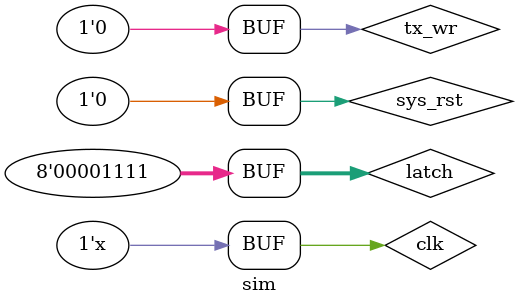
<source format=v>
`timescale 1ns / 1ps


module sim( );

reg sys_rst,clk,tx_wr;
reg [7:0] latch;
wire Tx,tx_done;

initial
begin
    sys_rst=0;
    clk=0;
    latch=8'b00001111;
    tx_wr=0;
    #10 sys_rst=1;
    #20 sys_rst=0;
    #20 tx_wr=1;
    #20 tx_wr=0;
end

always
begin
    #5 clk=~clk;
end

uart_transceiver uut_uart(
        .sys_rst(sys_rst),
        .sys_clk(clk),
        .uart_tx(Tx),
        .divisor(0),
        .tx_data(latch),
        .tx_wr(tx_wr),
        .tx_done(tx_done)
        );

endmodule

</source>
